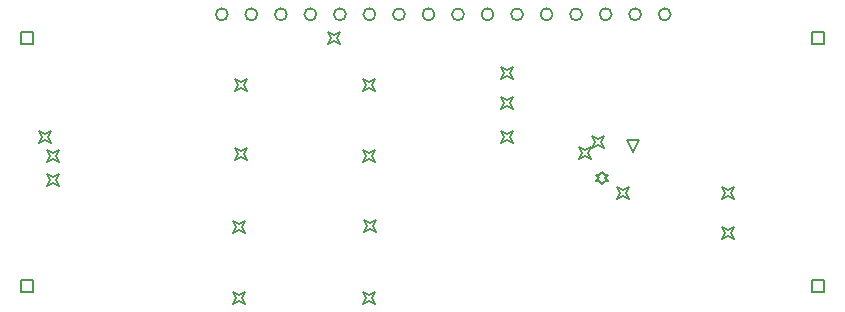
<source format=gbr>
%TF.GenerationSoftware,Altium Limited,Altium Designer,21.3.2 (30)*%
G04 Layer_Color=2752767*
%FSLAX45Y45*%
%MOMM*%
%TF.SameCoordinates,A53E8B12-5703-4EC1-9ACC-F1C4DEFA11C2*%
%TF.FilePolarity,Positive*%
%TF.FileFunction,Drawing*%
%TF.Part,Single*%
G01*
G75*
%TA.AperFunction,NonConductor*%
%ADD39C,0.12700*%
%ADD40C,0.16933*%
D39*
X7749200Y949200D02*
Y1050800D01*
X7850800D01*
Y949200D01*
X7749200D01*
Y3049200D02*
Y3150800D01*
X7850800D01*
Y3049200D01*
X7749200D01*
X1049200D02*
Y3150800D01*
X1150800D01*
Y3049200D01*
X1049200D01*
Y949200D02*
Y1050800D01*
X1150800D01*
Y949200D01*
X1049200D01*
X6234350Y2133550D02*
X6183550Y2235150D01*
X6285150D01*
X6234350Y2133550D01*
X5965649Y1864850D02*
X5991049Y1890250D01*
X6016449D01*
X5991049Y1915650D01*
X6016449Y1941050D01*
X5991049D01*
X5965649Y1966450D01*
X5940249Y1941050D01*
X5914849D01*
X5940249Y1915650D01*
X5914849Y1890250D01*
X5940249D01*
X5965649Y1864850D01*
X2849200Y849200D02*
X2874600Y900000D01*
X2849200Y950800D01*
X2900000Y925400D01*
X2950800Y950800D01*
X2925400Y900000D01*
X2950800Y849200D01*
X2900000Y874600D01*
X2849200Y849200D01*
X3949200D02*
X3974600Y900000D01*
X3949200Y950800D01*
X4000000Y925400D01*
X4050800Y950800D01*
X4025400Y900000D01*
X4050800Y849200D01*
X4000000Y874600D01*
X3949200Y849200D01*
X3649200Y3049200D02*
X3674600Y3100000D01*
X3649200Y3150800D01*
X3700000Y3125400D01*
X3750800Y3150800D01*
X3725400Y3100000D01*
X3750800Y3049200D01*
X3700000Y3074600D01*
X3649200Y3049200D01*
X1205737Y2211608D02*
X1231137Y2262408D01*
X1205737Y2313208D01*
X1256537Y2287808D01*
X1307337Y2313208D01*
X1281937Y2262408D01*
X1307337Y2211608D01*
X1256537Y2237008D01*
X1205737Y2211608D01*
X1274200Y2049200D02*
X1299600Y2100000D01*
X1274200Y2150800D01*
X1325000Y2125400D01*
X1375800Y2150800D01*
X1350400Y2100000D01*
X1375800Y2049200D01*
X1325000Y2074600D01*
X1274200Y2049200D01*
Y1849200D02*
X1299600Y1900000D01*
X1274200Y1950800D01*
X1325000Y1925400D01*
X1375800Y1950800D01*
X1350400Y1900000D01*
X1375800Y1849200D01*
X1325000Y1874600D01*
X1274200Y1849200D01*
X5114200Y2749200D02*
X5139600Y2800000D01*
X5114200Y2850800D01*
X5165000Y2825400D01*
X5215800Y2850800D01*
X5190400Y2800000D01*
X5215800Y2749200D01*
X5165000Y2774600D01*
X5114200Y2749200D01*
Y2499200D02*
X5139600Y2550000D01*
X5114200Y2600800D01*
X5165000Y2575400D01*
X5215800Y2600800D01*
X5190400Y2550000D01*
X5215800Y2499200D01*
X5165000Y2524600D01*
X5114200Y2499200D01*
X5118117Y2210951D02*
X5143517Y2261751D01*
X5118117Y2312551D01*
X5168917Y2287151D01*
X5219717Y2312551D01*
X5194317Y2261751D01*
X5219717Y2210951D01*
X5168917Y2236351D01*
X5118117Y2210951D01*
X6098903Y1738068D02*
X6124303Y1788868D01*
X6098903Y1839668D01*
X6149703Y1814268D01*
X6200503Y1839668D01*
X6175103Y1788868D01*
X6200503Y1738068D01*
X6149703Y1763468D01*
X6098903Y1738068D01*
X5771700Y2074200D02*
X5797100Y2125000D01*
X5771700Y2175800D01*
X5822500Y2150400D01*
X5873300Y2175800D01*
X5847900Y2125000D01*
X5873300Y2074200D01*
X5822500Y2099600D01*
X5771700Y2074200D01*
X5881832Y2168996D02*
X5907232Y2219796D01*
X5881832Y2270596D01*
X5932632Y2245196D01*
X5983432Y2270596D01*
X5958032Y2219796D01*
X5983432Y2168996D01*
X5932632Y2194396D01*
X5881832Y2168996D01*
X6989200Y1739200D02*
X7014600Y1790000D01*
X6989200Y1840800D01*
X7040000Y1815400D01*
X7090800Y1840800D01*
X7065400Y1790000D01*
X7090800Y1739200D01*
X7040000Y1764600D01*
X6989200Y1739200D01*
Y1399200D02*
X7014600Y1450000D01*
X6989200Y1500800D01*
X7040000Y1475400D01*
X7090800Y1500800D01*
X7065400Y1450000D01*
X7090800Y1399200D01*
X7040000Y1424600D01*
X6989200Y1399200D01*
X3952752Y1455005D02*
X3978152Y1505805D01*
X3952752Y1556605D01*
X4003552Y1531205D01*
X4054352Y1556605D01*
X4028952Y1505805D01*
X4054352Y1455005D01*
X4003552Y1480405D01*
X3952752Y1455005D01*
X2846632Y1447107D02*
X2872032Y1497907D01*
X2846632Y1548707D01*
X2897432Y1523307D01*
X2948232Y1548707D01*
X2922832Y1497907D01*
X2948232Y1447107D01*
X2897432Y1472507D01*
X2846632Y1447107D01*
X3949200Y2649200D02*
X3974600Y2700000D01*
X3949200Y2750800D01*
X4000000Y2725400D01*
X4050800Y2750800D01*
X4025400Y2700000D01*
X4050800Y2649200D01*
X4000000Y2674600D01*
X3949200Y2649200D01*
Y2049200D02*
X3974600Y2100000D01*
X3949200Y2150800D01*
X4000000Y2125400D01*
X4050800Y2150800D01*
X4025400Y2100000D01*
X4050800Y2049200D01*
X4000000Y2074600D01*
X3949200Y2049200D01*
X2864200Y2068490D02*
X2889600Y2119290D01*
X2864200Y2170090D01*
X2915000Y2144690D01*
X2965800Y2170090D01*
X2940400Y2119290D01*
X2965800Y2068490D01*
X2915000Y2093890D01*
X2864200Y2068490D01*
Y2649200D02*
X2889600Y2700000D01*
X2864200Y2750800D01*
X2915000Y2725400D01*
X2965800Y2750800D01*
X2940400Y2700000D01*
X2965800Y2649200D01*
X2915000Y2674600D01*
X2864200Y2649200D01*
D40*
X2800800Y3300000D02*
G03*
X2800800Y3300000I-50800J0D01*
G01*
X3050800D02*
G03*
X3050800Y3300000I-50800J0D01*
G01*
X3300800D02*
G03*
X3300800Y3300000I-50800J0D01*
G01*
X3550800D02*
G03*
X3550800Y3300000I-50800J0D01*
G01*
X3800800D02*
G03*
X3800800Y3300000I-50800J0D01*
G01*
X4050800D02*
G03*
X4050800Y3300000I-50800J0D01*
G01*
X4300800D02*
G03*
X4300800Y3300000I-50800J0D01*
G01*
X4550800D02*
G03*
X4550800Y3300000I-50800J0D01*
G01*
X4800800D02*
G03*
X4800800Y3300000I-50800J0D01*
G01*
X5050800D02*
G03*
X5050800Y3300000I-50800J0D01*
G01*
X5300800D02*
G03*
X5300800Y3300000I-50800J0D01*
G01*
X5550800D02*
G03*
X5550800Y3300000I-50800J0D01*
G01*
X5800800D02*
G03*
X5800800Y3300000I-50800J0D01*
G01*
X6050800D02*
G03*
X6050800Y3300000I-50800J0D01*
G01*
X6300800D02*
G03*
X6300800Y3300000I-50800J0D01*
G01*
X6550800D02*
G03*
X6550800Y3300000I-50800J0D01*
G01*
%TF.MD5,4b58e9d4a781502b653875e1da09f9c5*%
M02*

</source>
